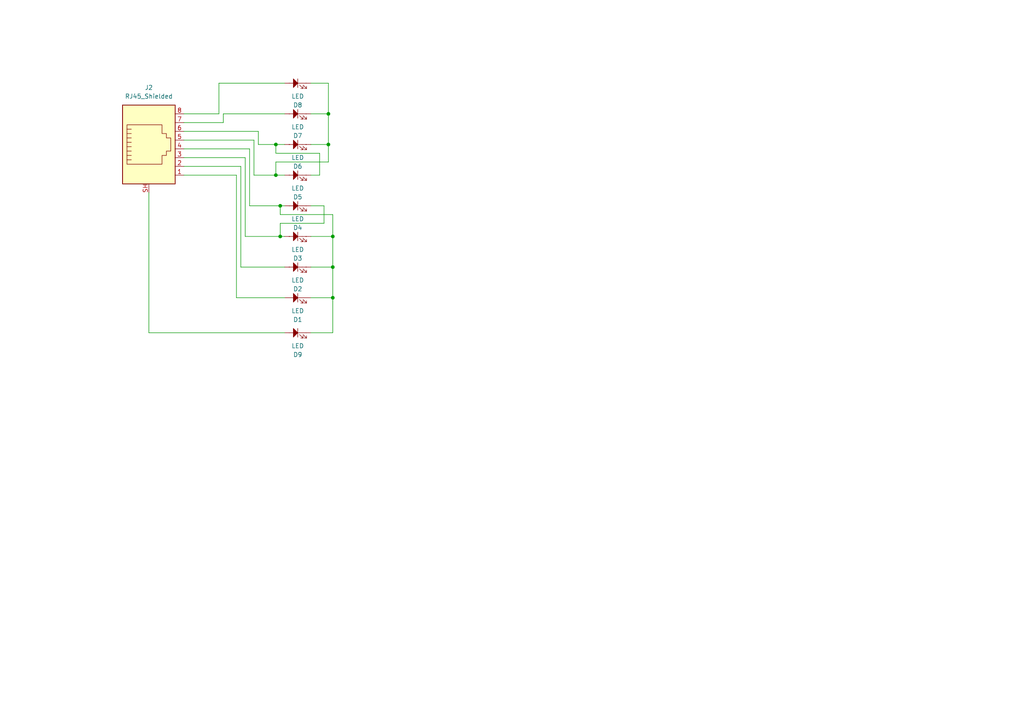
<source format=kicad_sch>
(kicad_sch (version 20250114) (generator "eeschema") (generator_version "9.0")
  (paper "A4")
  (lib_symbols
    (symbol "Connector:RJ45_Shielded" (pin_names (offset 1.016))
      (property "Reference" "J" (at -5.08 13.97 0))
      (property "Value" "RJ45_Shielded" (at 2.54 13.97 0))
      (symbol "RJ45_Shielded_0_1"
        (polyline (pts (xy -6.35 1.905) (xy -5.08 1.905) (xy -5.08 1.905)))
        (polyline (pts (xy -6.35 0.635) (xy -5.08 0.635) (xy -5.08 0.635)))
        (polyline (pts (xy -6.35 -0.635) (xy -5.08 -0.635) (xy -5.08 -0.635)))
        (polyline (pts (xy -6.35 -1.905) (xy -5.08 -1.905) (xy -5.08 -1.905)))
        (polyline (pts (xy -6.35 -3.175) (xy -5.08 -3.175) (xy -5.08 -3.175)))
        (polyline (pts (xy -6.35 -4.445) (xy -6.35 6.985) (xy 3.81 6.985) (xy 3.81 4.445) (xy 5.08 4.445) (xy 5.08 3.175) (xy 6.35 3.175) (xy 6.35 -0.635) (xy 5.08 -0.635) (xy 5.08 -1.905) (xy 3.81 -1.905) (xy 3.81 -4.445) (xy -6.35 -4.445) (xy -6.35 -4.445)))
        (polyline (pts (xy -5.08 5.715) (xy -6.35 5.715)))
        (polyline (pts (xy -5.08 4.445) (xy -6.35 4.445)))
        (polyline (pts (xy -5.08 3.175) (xy -6.35 3.175) (xy -6.35 3.175)))
        (rectangle (start 7.62 12.7) (end -7.62 -10.16) (stroke (width 0.254)) (fill (type background)))
      )
      (symbol "RJ45_Shielded_1_1"
        (pin passive line (at 0 -12.7 90) (length 2.54) (name "~") (number "SH"))
        (pin passive line (at 10.16 10.16 180) (length 2.54) (name "~") (number "8"))
        (pin passive line (at 10.16 7.62 180) (length 2.54) (name "~") (number "7"))
        (pin passive line (at 10.16 5.08 180) (length 2.54) (name "~") (number "6"))
        (pin passive line (at 10.16 2.54 180) (length 2.54) (name "~") (number "5"))
        (pin passive line (at 10.16 0 180) (length 2.54) (name "~") (number "4"))
        (pin passive line (at 10.16 -2.54 180) (length 2.54) (name "~") (number "3"))
        (pin passive line (at 10.16 -5.08 180) (length 2.54) (name "~") (number "2"))
        (pin passive line (at 10.16 -7.62 180) (length 2.54) (name "~") (number "1"))
      )
    )
    (symbol "PCM_SL_Devices:LED"
      (property "Reference" "D" (at -0.508 5.334 0))
      (property "Value" "LED" (at -0.508 2.794 0))
      (symbol "LED_0_1"
        (polyline (pts (xy -1.27 0) (xy -2.54 0)))
        (polyline (pts (xy 0 1.27) (xy 0 -1.27)))
        (polyline (pts (xy 0 0) (xy -1.27 -1.27) (xy -1.27 1.27) (xy 0 0) (xy 1.27 0)) (fill (type outline)))
        (polyline (pts (xy 0.508 0.508) (xy 1.524 1.524)))
        (polyline (pts (xy 1.27 0) (xy 2.54 0)))
        (polyline (pts (xy 1.524 1.524) (xy 0.889 1.524)))
        (polyline (pts (xy 1.524 1.524) (xy 1.524 0.889)))
        (polyline (pts (xy 1.524 0.508) (xy 2.54 1.524)))
        (polyline (pts (xy 2.54 1.524) (xy 1.905 1.524)))
        (polyline (pts (xy 2.54 1.524) (xy 2.54 0.889)))
      )
      (symbol "LED_1_1"
        (pin passive line (at -3.81 0 0) (length 1.5) (name "") (number "2"))
        (pin passive line (at 3.81 0 180) (length 1.5) (name "~") (number "1"))
      )
    )
  )
  (junction (at 96.52 77.47))
  (junction (at 96.52 86.36))
  (junction (at 95.25 33.02))
  (junction (at 80.01 41.91))
  (junction (at 80.01 50.8))
  (junction (at 95.25 41.91))
  (junction (at 96.52 68.58))
  (junction (at 81.28 68.58))
  (junction (at 81.28 59.69))
  (wire (pts (xy 96.52 62.23) (xy 81.28 62.23)))
  (wire (pts (xy 53.34 50.8) (xy 68.58 50.8)))
  (wire (pts (xy 81.28 68.58) (xy 82.55 68.58)))
  (wire (pts (xy 53.34 40.64) (xy 73.66 40.64)))
  (wire (pts (xy 90.17 86.36) (xy 96.52 86.36)))
  (wire (pts (xy 74.93 38.1) (xy 74.93 41.91)))
  (wire (pts (xy 72.39 43.18) (xy 72.39 59.69)))
  (wire (pts (xy 96.52 77.47) (xy 96.52 68.58)))
  (wire (pts (xy 71.12 45.72) (xy 71.12 68.58)))
  (wire (pts (xy 96.52 86.36) (xy 96.52 77.47)))
  (wire (pts (xy 95.25 41.91) (xy 95.25 46.99)))
  (wire (pts (xy 90.17 24.13) (xy 95.25 24.13)))
  (wire (pts (xy 68.58 50.8) (xy 68.58 86.36)))
  (wire (pts (xy 73.66 50.8) (xy 80.01 50.8)))
  (wire (pts (xy 64.77 35.56) (xy 64.77 33.02)))
  (wire (pts (xy 43.18 96.52) (xy 82.55 96.52)))
  (wire (pts (xy 53.34 48.26) (xy 69.85 48.26)))
  (wire (pts (xy 69.85 77.47) (xy 82.55 77.47)))
  (wire (pts (xy 71.12 68.58) (xy 81.28 68.58)))
  (wire (pts (xy 72.39 59.69) (xy 81.28 59.69)))
  (wire (pts (xy 80.01 50.8) (xy 82.55 50.8)))
  (wire (pts (xy 69.85 48.26) (xy 69.85 77.47)))
  (wire (pts (xy 63.5 33.02) (xy 63.5 24.13)))
  (wire (pts (xy 96.52 68.58) (xy 96.52 62.23)))
  (wire (pts (xy 81.28 64.77) (xy 81.28 68.58)))
  (wire (pts (xy 90.17 33.02) (xy 95.25 33.02)))
  (wire (pts (xy 53.34 45.72) (xy 71.12 45.72)))
  (wire (pts (xy 64.77 33.02) (xy 82.55 33.02)))
  (wire (pts (xy 81.28 64.77) (xy 93.98 64.77)))
  (wire (pts (xy 80.01 46.99) (xy 80.01 50.8)))
  (wire (pts (xy 80.01 41.91) (xy 80.01 44.45)))
  (wire (pts (xy 43.18 55.88) (xy 43.18 96.52)))
  (wire (pts (xy 68.58 86.36) (xy 82.55 86.36)))
  (wire (pts (xy 92.71 50.8) (xy 92.71 44.45)))
  (wire (pts (xy 90.17 68.58) (xy 96.52 68.58)))
  (wire (pts (xy 90.17 50.8) (xy 92.71 50.8)))
  (wire (pts (xy 81.28 62.23) (xy 81.28 59.69)))
  (wire (pts (xy 53.34 43.18) (xy 72.39 43.18)))
  (wire (pts (xy 90.17 41.91) (xy 95.25 41.91)))
  (wire (pts (xy 81.28 59.69) (xy 82.55 59.69)))
  (wire (pts (xy 53.34 38.1) (xy 74.93 38.1)))
  (wire (pts (xy 63.5 24.13) (xy 82.55 24.13)))
  (wire (pts (xy 95.25 33.02) (xy 95.25 41.91)))
  (wire (pts (xy 53.34 35.56) (xy 64.77 35.56)))
  (wire (pts (xy 93.98 59.69) (xy 93.98 64.77)))
  (wire (pts (xy 96.52 96.52) (xy 96.52 86.36)))
  (wire (pts (xy 90.17 77.47) (xy 96.52 77.47)))
  (wire (pts (xy 53.34 33.02) (xy 63.5 33.02)))
  (wire (pts (xy 95.25 46.99) (xy 80.01 46.99)))
  (wire (pts (xy 73.66 40.64) (xy 73.66 50.8)))
  (wire (pts (xy 90.17 96.52) (xy 96.52 96.52)))
  (wire (pts (xy 95.25 24.13) (xy 95.25 33.02)))
  (wire (pts (xy 74.93 41.91) (xy 80.01 41.91)))
  (wire (pts (xy 90.17 59.69) (xy 93.98 59.69)))
  (wire (pts (xy 80.01 41.91) (xy 82.55 41.91)))
  (wire (pts (xy 92.71 44.45) (xy 80.01 44.45)))
  (symbol (lib_id "PCM_SL_Devices:LED") (at 86.36 96.52 0) (mirror x) (unit 1)
    (property "Reference" "D9" (at 86.36 102.87 0))
    (property "Value" "LED" (at 86.36 100.33 0))
    (property "Footprint" "LED_THT:LED_D5.0mm" (effects (hide yes)))
    (property "Description" "Common 5mm diameter LED" (effects (hide yes)))
  )
  (symbol (lib_id "PCM_SL_Devices:LED") (at 86.36 50.8 0) (mirror x) (unit 1)
    (property "Reference" "D5" (at 86.36 57.15 0))
    (property "Value" "LED" (at 86.36 54.61 0))
    (property "Footprint" "LED_THT:LED_D5.0mm" (effects (hide yes)))
    (property "Description" "Common 5mm diameter LED" (effects (hide yes)))
  )
  (symbol (lib_id "Connector:RJ45_Shielded") (at 43.18 43.18 0) (unit 1)
    (property "Reference" "J2" (at 43.18 25.4 0))
    (property "Value" "RJ45_Shielded" (at 43.18 27.94 0))
    (property "Footprint" "Connector_RJ:RJ45_Ninigi_GE" (effects (hide yes)))
    (property "Description" "RJ connector, 8P8C (8 positions 8 connected), Shielded" (effects (hide yes)))
  )
  (symbol (lib_id "PCM_SL_Devices:LED") (at 86.36 41.91 0) (mirror x) (unit 1)
    (property "Reference" "D6" (at 86.36 48.26 0))
    (property "Value" "LED" (at 86.36 45.72 0))
    (property "Footprint" "LED_THT:LED_D5.0mm" (effects (hide yes)))
    (property "Description" "Common 5mm diameter LED" (effects (hide yes)))
  )
  (symbol (lib_id "PCM_SL_Devices:LED") (at 86.36 59.69 0) (mirror x) (unit 1)
    (property "Reference" "D4" (at 86.36 66.04 0))
    (property "Value" "LED" (at 86.36 63.5 0))
    (property "Footprint" "LED_THT:LED_D5.0mm" (effects (hide yes)))
    (property "Description" "Common 5mm diameter LED" (effects (hide yes)))
  )
  (symbol (lib_id "PCM_SL_Devices:LED") (at 86.36 24.13 0) (mirror x) (unit 1)
    (property "Reference" "D8" (at 86.36 30.48 0))
    (property "Value" "LED" (at 86.36 27.94 0))
    (property "Footprint" "LED_THT:LED_D5.0mm" (effects (hide yes)))
    (property "Description" "Common 5mm diameter LED" (effects (hide yes)))
  )
  (symbol (lib_id "PCM_SL_Devices:LED") (at 86.36 33.02 0) (mirror x) (unit 1)
    (property "Reference" "D7" (at 86.36 39.37 0))
    (property "Value" "LED" (at 86.36 36.83 0))
    (property "Footprint" "LED_THT:LED_D5.0mm" (effects (hide yes)))
    (property "Description" "Common 5mm diameter LED" (effects (hide yes)))
  )
  (symbol (lib_id "PCM_SL_Devices:LED") (at 86.36 86.36 0) (mirror x) (unit 1)
    (property "Reference" "D1" (at 86.36 92.71 0))
    (property "Value" "LED" (at 86.36 90.17 0))
    (property "Footprint" "LED_THT:LED_D5.0mm" (effects (hide yes)))
    (property "Description" "Common 5mm diameter LED" (effects (hide yes)))
  )
  (symbol (lib_id "PCM_SL_Devices:LED") (at 86.36 77.47 0) (mirror x) (unit 1)
    (property "Reference" "D2" (at 86.36 83.82 0))
    (property "Value" "LED" (at 86.36 81.28 0))
    (property "Footprint" "LED_THT:LED_D5.0mm" (effects (hide yes)))
    (property "Description" "Common 5mm diameter LED" (effects (hide yes)))
  )
  (symbol (lib_id "PCM_SL_Devices:LED") (at 86.36 68.58 0) (mirror x) (unit 1)
    (property "Reference" "D3" (at 86.36 74.93 0))
    (property "Value" "LED" (at 86.36 72.39 0))
    (property "Footprint" "LED_THT:LED_D5.0mm" (effects (hide yes)))
    (property "Description" "Common 5mm diameter LED" (effects (hide yes)))
  )
)
</source>
